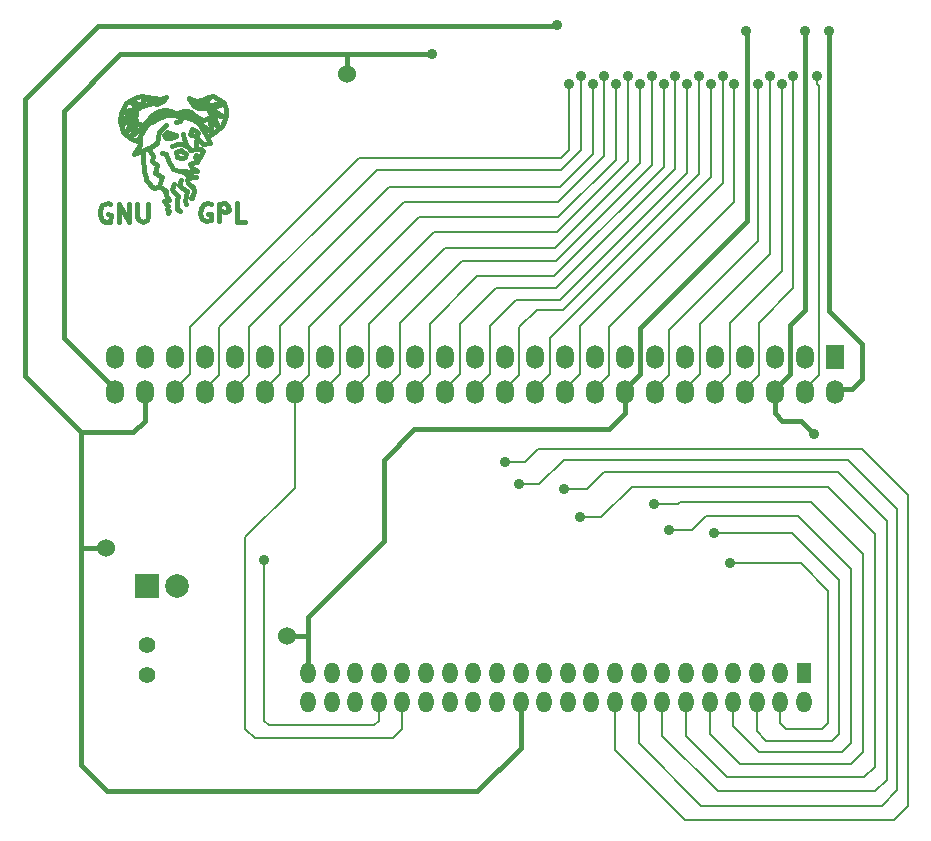
<source format=gtl>
G04 #@! TF.FileFunction,Copper,L1,Top,Mixed*
%FSLAX46Y46*%
G04 Gerber Fmt 4.6, Leading zero omitted, Abs format (unit mm)*
G04 Created by KiCad (PCBNEW no-vcs-found-product) date Sat 05 Dec 2015 15:20:37 CET*
%MOMM*%
G01*
G04 APERTURE LIST*
%ADD10C,0.150000*%
%ADD11C,0.381000*%
%ADD12R,1.300000X1.800000*%
%ADD13O,1.300000X1.800000*%
%ADD14O,1.500000X2.000000*%
%ADD15R,1.500000X2.000000*%
%ADD16C,1.524000*%
%ADD17R,2.000000X2.000000*%
%ADD18C,2.000000*%
%ADD19C,1.397000*%
%ADD20C,0.889000*%
%ADD21C,0.400000*%
%ADD22C,0.398780*%
%ADD23C,0.203200*%
G04 APERTURE END LIST*
D10*
D11*
X129899380Y-72450180D02*
X129899380Y-74050380D01*
X129899380Y-74050380D02*
X130600420Y-74050380D01*
X128349980Y-73999580D02*
X128349980Y-72549240D01*
X128349980Y-72549240D02*
X128901160Y-72500980D01*
X128901160Y-72500980D02*
X129150080Y-72699100D01*
X129150080Y-72699100D02*
X129249140Y-73100420D01*
X129249140Y-73100420D02*
X128949420Y-73250280D01*
X128949420Y-73250280D02*
X128449040Y-73199480D01*
X127648940Y-72600040D02*
X127400020Y-72500980D01*
X127400020Y-72500980D02*
X127100300Y-72549240D01*
X127100300Y-72549240D02*
X126800580Y-72899760D01*
X126800580Y-72899760D02*
X126749780Y-73400140D01*
X126749780Y-73400140D02*
X126899640Y-73849720D01*
X126899640Y-73849720D02*
X127250160Y-73999580D01*
X127250160Y-73999580D02*
X127699740Y-73900520D01*
X127699740Y-73900520D02*
X127699740Y-73400140D01*
X127699740Y-73400140D02*
X127400020Y-73400140D01*
X121448800Y-72549240D02*
X121448800Y-73699860D01*
X121448800Y-73699860D02*
X121601200Y-73948780D01*
X121601200Y-73948780D02*
X121949180Y-74101180D01*
X121949180Y-74101180D02*
X122248900Y-73948780D01*
X122248900Y-73948780D02*
X122350500Y-73649060D01*
X122350500Y-73649060D02*
X122350500Y-72549240D01*
X119899400Y-74101180D02*
X119899400Y-72549240D01*
X119899400Y-72549240D02*
X120750300Y-74050380D01*
X120750300Y-74050380D02*
X120750300Y-72549240D01*
X119150100Y-72600040D02*
X118949440Y-72500980D01*
X118949440Y-72500980D02*
X118499860Y-72650840D01*
X118499860Y-72650840D02*
X118299200Y-73049620D01*
X118299200Y-73049620D02*
X118299200Y-73499200D01*
X118299200Y-73499200D02*
X118449060Y-73900520D01*
X118449060Y-73900520D02*
X118748780Y-74050380D01*
X118748780Y-74050380D02*
X119150100Y-74050380D01*
X119150100Y-74050380D02*
X119200900Y-73499200D01*
X119200900Y-73499200D02*
X118949440Y-73400140D01*
X121949180Y-66049380D02*
X120950960Y-66849480D01*
X120950960Y-66849480D02*
X121400540Y-65698860D01*
X121400540Y-65698860D02*
X120450580Y-66498960D01*
X120450580Y-66498960D02*
X121149080Y-65201020D01*
X121149080Y-65201020D02*
X120100060Y-65851260D01*
X120100060Y-65851260D02*
X120001000Y-65399140D01*
X120001000Y-65399140D02*
X121298940Y-65051160D01*
X121298940Y-65051160D02*
X120150860Y-64799700D01*
X120150860Y-64799700D02*
X121400540Y-64400920D01*
X121400540Y-64400920D02*
X120900160Y-63900540D01*
X120900160Y-63900540D02*
X121949180Y-64149460D01*
X121949180Y-64149460D02*
X121900920Y-63499220D01*
X121900920Y-63499220D02*
X123000740Y-63999600D01*
X125449300Y-65201020D02*
X126099540Y-65399140D01*
X126099540Y-65399140D02*
X126500860Y-65599800D01*
X126500860Y-65599800D02*
X127798800Y-66450700D01*
X127798800Y-66450700D02*
X127549880Y-65350880D01*
X127549880Y-65350880D02*
X128299180Y-66049380D01*
X128299180Y-66049380D02*
X127849600Y-64949560D01*
X127849600Y-64949560D02*
X128850360Y-65201020D01*
X128850360Y-65201020D02*
X127600680Y-64499980D01*
X127600680Y-64499980D02*
X128748760Y-64050400D01*
X128748760Y-64050400D02*
X127001240Y-64251060D01*
X127001240Y-64251060D02*
X127499080Y-63550020D01*
X127499080Y-63550020D02*
X126351000Y-64251060D01*
X125550900Y-64898760D02*
X125799820Y-64949560D01*
X122650220Y-65650600D02*
X123150600Y-65350880D01*
X123150600Y-65350880D02*
X123899900Y-65000360D01*
X123899900Y-65000360D02*
X124250420Y-65000360D01*
X122850880Y-71200500D02*
X122599420Y-70999840D01*
X122599420Y-70999840D02*
X122449560Y-70799180D01*
X122449560Y-70799180D02*
X122200640Y-70550260D01*
X122200640Y-70550260D02*
X122149840Y-70250540D01*
X122149840Y-70250540D02*
X122050780Y-69849220D01*
X122050780Y-69849220D02*
X121999980Y-69450440D01*
X121999980Y-69450440D02*
X121949180Y-69049120D01*
X121949180Y-69049120D02*
X121949180Y-68548740D01*
X121949180Y-68548740D02*
X121949180Y-68050900D01*
X122949940Y-71200500D02*
X123150600Y-71149700D01*
X122500360Y-68050900D02*
X122800080Y-68500480D01*
X122800080Y-68500480D02*
X122701020Y-68950060D01*
X122701020Y-68950060D02*
X123150600Y-69249780D01*
X123150600Y-69249780D02*
X122949940Y-69900020D01*
X122949940Y-69900020D02*
X123501120Y-70298800D01*
X123501120Y-70298800D02*
X123300460Y-70999840D01*
X123300460Y-70999840D02*
X123849100Y-71449420D01*
X124100560Y-73199480D02*
X124049760Y-73301080D01*
X123800840Y-71551020D02*
X123998960Y-71949800D01*
X123998960Y-71949800D02*
X124100560Y-72249520D01*
X124100560Y-72249520D02*
X123699240Y-72351120D01*
X123699240Y-72351120D02*
X124049760Y-72699100D01*
X124049760Y-72699100D02*
X123998960Y-72998820D01*
X123998960Y-72998820D02*
X124049760Y-73151220D01*
X124550140Y-70900780D02*
X124400280Y-71299560D01*
X124400280Y-71299560D02*
X124499340Y-71500220D01*
X124499340Y-71500220D02*
X124750800Y-71700880D01*
X124750800Y-71700880D02*
X124900660Y-71899000D01*
X124900660Y-71899000D02*
X124849860Y-72201260D01*
X124849860Y-72201260D02*
X124799060Y-72399380D01*
X124799060Y-72399380D02*
X124849860Y-72950560D01*
X124849860Y-72950560D02*
X125050520Y-73151220D01*
X125149580Y-70499460D02*
X124948920Y-70949040D01*
X124948920Y-70949040D02*
X125251180Y-71248760D01*
X125251180Y-71248760D02*
X125649960Y-71449420D01*
X125649960Y-71449420D02*
X125599160Y-71899000D01*
X125599160Y-71899000D02*
X125449300Y-72300320D01*
X125449300Y-72300320D02*
X125599160Y-72549240D01*
X126000480Y-72099660D02*
X126048740Y-72099660D01*
X125949680Y-70148940D02*
X126201140Y-70250540D01*
X126201140Y-70250540D02*
X126450060Y-70250540D01*
X126450060Y-70250540D02*
X126249400Y-70298800D01*
X126249400Y-70298800D02*
X125700760Y-70400400D01*
X125700760Y-70400400D02*
X125649960Y-70550260D01*
X125649960Y-70550260D02*
X125700760Y-70750920D01*
X125700760Y-70750920D02*
X125898880Y-70949040D01*
X125898880Y-70949040D02*
X126150340Y-71149700D01*
X126150340Y-71149700D02*
X126249400Y-71500220D01*
X126249400Y-71500220D02*
X126150340Y-71799940D01*
X126150340Y-71799940D02*
X126000480Y-72099660D01*
X125299440Y-69849220D02*
X125700760Y-70100680D01*
X125700760Y-70100680D02*
X125949680Y-70100680D01*
X126500860Y-69750160D02*
X125898880Y-69849220D01*
X125898880Y-69849220D02*
X125449300Y-69800960D01*
X125449300Y-69800960D02*
X124948920Y-69750160D01*
X124948920Y-69750160D02*
X124499340Y-69600300D01*
X124499340Y-69600300D02*
X124349480Y-69399640D01*
X124349480Y-69399640D02*
X124148820Y-69049120D01*
X124148820Y-69049120D02*
X123998960Y-68548740D01*
X123998960Y-68548740D02*
X123849100Y-68299820D01*
X123849100Y-68299820D02*
X123549380Y-68249020D01*
X126500860Y-69049120D02*
X126351000Y-69049120D01*
X126351000Y-69049120D02*
X125949680Y-69150720D01*
X125949680Y-69150720D02*
X126099540Y-69501240D01*
X126099540Y-69501240D02*
X126450060Y-69699360D01*
X126450060Y-67200000D02*
X126399260Y-67850240D01*
X125700760Y-67700380D02*
X125799820Y-67850240D01*
X125799820Y-67850240D02*
X125949680Y-68000100D01*
X125949680Y-68000100D02*
X126099540Y-68000100D01*
X126099540Y-68000100D02*
X126300200Y-67901040D01*
X126300200Y-67901040D02*
X126500860Y-67901040D01*
X125550900Y-67649580D02*
X125251180Y-67499720D01*
X125251180Y-67499720D02*
X124948920Y-67499720D01*
X124948920Y-67499720D02*
X124799060Y-67499720D01*
X124799060Y-67499720D02*
X124600940Y-67598780D01*
X124600940Y-67598780D02*
X124400280Y-67649580D01*
X125350240Y-66648820D02*
X125401040Y-67100940D01*
X125401040Y-67100940D02*
X125550900Y-67499720D01*
X125550900Y-67499720D02*
X125649960Y-67649580D01*
X126450060Y-68449680D02*
X126351000Y-68599540D01*
X125599160Y-68350620D02*
X125149580Y-68000100D01*
X125149580Y-68000100D02*
X124750800Y-68149960D01*
X124750800Y-68149960D02*
X124799060Y-68548740D01*
X124799060Y-68548740D02*
X125050520Y-68701140D01*
X125050520Y-68701140D02*
X125350240Y-68701140D01*
X125350240Y-68701140D02*
X125449300Y-68599540D01*
X125449300Y-68599540D02*
X125599160Y-68350620D01*
X125898880Y-66600560D02*
X126048740Y-66250040D01*
X126048740Y-66250040D02*
X126450060Y-66349100D01*
X126450060Y-66349100D02*
X126549120Y-66549760D01*
X126549120Y-66549760D02*
X126450060Y-66801220D01*
X126450060Y-66801220D02*
X126000480Y-66699620D01*
X124750800Y-66750420D02*
X124400280Y-66600560D01*
X124400280Y-66600560D02*
X123950700Y-66498960D01*
X123950700Y-66498960D02*
X123699240Y-66750420D01*
X123699240Y-66750420D02*
X123899900Y-66999340D01*
X123899900Y-66999340D02*
X124301220Y-66999340D01*
X124301220Y-66999340D02*
X124700000Y-66801220D01*
X124700000Y-65650600D02*
X125098780Y-65500740D01*
X125098780Y-65500740D02*
X125350240Y-65150220D01*
X121700260Y-66951080D02*
X121700260Y-67550520D01*
X121700260Y-67550520D02*
X121199880Y-68299820D01*
X121199880Y-68299820D02*
X122599420Y-67751180D01*
X122599420Y-67751180D02*
X123099800Y-67400660D01*
X123099800Y-67400660D02*
X123249660Y-66450700D01*
X123249660Y-66450700D02*
X123849100Y-65899520D01*
X125799820Y-63699880D02*
X126249400Y-64299320D01*
X126249400Y-64299320D02*
X126599920Y-64400920D01*
X126599920Y-64400920D02*
X127049500Y-64400920D01*
X127049500Y-64400920D02*
X127400020Y-64449180D01*
X127400020Y-64449180D02*
X127600680Y-64850500D01*
X127600680Y-64850500D02*
X127648940Y-65150220D01*
X127648940Y-65150220D02*
X127349220Y-65399140D01*
X127349220Y-65399140D02*
X127049500Y-65449940D01*
X127049500Y-65449940D02*
X126698980Y-65300080D01*
X126698980Y-65300080D02*
X126249400Y-65000360D01*
X126249400Y-65000360D02*
X126000480Y-64799700D01*
X126000480Y-64799700D02*
X125700760Y-64649840D01*
X125700760Y-64649840D02*
X125299440Y-64649840D01*
X125299440Y-64649840D02*
X124799060Y-64898760D01*
X124799060Y-64898760D02*
X124600940Y-64850500D01*
X124600940Y-64850500D02*
X124301220Y-64700640D01*
X124301220Y-64700640D02*
X123800840Y-64599040D01*
X123800840Y-64599040D02*
X123300460Y-64649840D01*
X123300460Y-64649840D02*
X122701020Y-65051160D01*
X122701020Y-65051160D02*
X122248900Y-65500740D01*
X122248900Y-65500740D02*
X121900920Y-65899520D01*
X121900920Y-65899520D02*
X121448800Y-65749660D01*
X121448800Y-65749660D02*
X121250680Y-65249280D01*
X121250680Y-65249280D02*
X121349740Y-64599040D01*
X121349740Y-64599040D02*
X121649460Y-64350120D01*
X121649460Y-64350120D02*
X122099040Y-64200260D01*
X122099040Y-64200260D02*
X122749280Y-64050400D01*
X122749280Y-64050400D02*
X123099800Y-64101200D01*
X123099800Y-64101200D02*
X123650980Y-63849740D01*
X123650980Y-63849740D02*
X123849100Y-63499220D01*
X123849100Y-63499220D02*
X123450320Y-63649080D01*
X123450320Y-63649080D02*
X122800080Y-63600820D01*
X122800080Y-63600820D02*
X121850120Y-63450960D01*
X121850120Y-63450960D02*
X121448800Y-63499220D01*
X121448800Y-63499220D02*
X121100820Y-63649080D01*
X121100820Y-63649080D02*
X120498840Y-64050400D01*
X120498840Y-64050400D02*
X120049260Y-64850500D01*
X120049260Y-64850500D02*
X119950200Y-65549000D01*
X119950200Y-65549000D02*
X120249920Y-66450700D01*
X120249920Y-66450700D02*
X120801100Y-66951080D01*
X120801100Y-66951080D02*
X121448800Y-67200000D01*
X121448800Y-67200000D02*
X122200640Y-66001120D01*
X122200640Y-66001120D02*
X122899140Y-65350880D01*
X122899140Y-65350880D02*
X123501120Y-64898760D01*
X123501120Y-64898760D02*
X124049760Y-64850500D01*
X124049760Y-64850500D02*
X124499340Y-65051160D01*
X124499340Y-65051160D02*
X124900660Y-65150220D01*
X124900660Y-65150220D02*
X125350240Y-65000360D01*
X125350240Y-65000360D02*
X125799820Y-65099420D01*
X125799820Y-65099420D02*
X126399260Y-65399140D01*
X126399260Y-65399140D02*
X126599920Y-65650600D01*
X126599920Y-65650600D02*
X127300960Y-66750420D01*
X127300960Y-66750420D02*
X127600680Y-67400660D01*
X127600680Y-67400660D02*
X127001240Y-67499720D01*
X127001240Y-67499720D02*
X126549120Y-67100940D01*
X126450060Y-67901040D02*
X126848840Y-67901040D01*
X126848840Y-67901040D02*
X127001240Y-68050900D01*
X127001240Y-68050900D02*
X126500860Y-69049120D01*
X125850620Y-63600820D02*
X126450060Y-63849740D01*
X126450060Y-63849740D02*
X126899640Y-63750680D01*
X126899640Y-63750680D02*
X127400020Y-63499220D01*
X127400020Y-63499220D02*
X127849600Y-63450960D01*
X127849600Y-63450960D02*
X128299180Y-63699880D01*
X128299180Y-63699880D02*
X128748760Y-63999600D01*
X128748760Y-63999600D02*
X128949420Y-64550780D01*
X128949420Y-64550780D02*
X128949420Y-65000360D01*
X128949420Y-65000360D02*
X128850360Y-65399140D01*
X128850360Y-65399140D02*
X128598900Y-65950320D01*
X128598900Y-65950320D02*
X128149320Y-66349100D01*
X128149320Y-66349100D02*
X127600680Y-66750420D01*
D12*
X177900000Y-112250000D03*
D13*
X177900000Y-114750000D03*
X175900000Y-112250000D03*
X175900000Y-114750000D03*
X173900000Y-112250000D03*
X173900000Y-114750000D03*
X171900000Y-112250000D03*
X171900000Y-114750000D03*
X169900000Y-112250000D03*
X169900000Y-114750000D03*
X167900000Y-112250000D03*
X167900000Y-114750000D03*
X165900000Y-112250000D03*
X165900000Y-114750000D03*
X163900000Y-112250000D03*
X163900000Y-114750000D03*
X161900000Y-112250000D03*
X161900000Y-114750000D03*
X159900000Y-112250000D03*
X159900000Y-114750000D03*
X157900000Y-112250000D03*
X157900000Y-114750000D03*
X155900000Y-112250000D03*
X155900000Y-114750000D03*
X153900000Y-112250000D03*
X153900000Y-114750000D03*
X151900000Y-112250000D03*
X151900000Y-114750000D03*
X149900000Y-112250000D03*
X149900000Y-114750000D03*
X147900000Y-112250000D03*
X147900000Y-114750000D03*
X145900000Y-112250000D03*
X145900000Y-114750000D03*
X143900000Y-112250000D03*
X143900000Y-114750000D03*
X141900000Y-112250000D03*
X141900000Y-114750000D03*
X139900000Y-112250000D03*
X139900000Y-114750000D03*
X137900000Y-112250000D03*
X137900000Y-114750000D03*
X135900000Y-112250000D03*
X135900000Y-114750000D03*
D14*
X129680000Y-88520000D03*
X129680000Y-85480000D03*
X127140000Y-85480000D03*
X127140000Y-88520000D03*
X124600000Y-88520000D03*
X124600000Y-85480000D03*
X119520000Y-85480000D03*
X119520000Y-88520000D03*
X122060000Y-88520000D03*
X122060000Y-85480000D03*
X134760000Y-85480000D03*
X134760000Y-88520000D03*
X132220000Y-88520000D03*
X132220000Y-85480000D03*
X137300000Y-85480000D03*
X137300000Y-88520000D03*
X139840000Y-88520000D03*
X139840000Y-85480000D03*
X142380000Y-85480000D03*
X142380000Y-88520000D03*
X147460000Y-85480000D03*
X147460000Y-88520000D03*
X144920000Y-88520000D03*
X144920000Y-85480000D03*
X150000000Y-85480000D03*
X150000000Y-88520000D03*
X152540000Y-88520000D03*
X152540000Y-85480000D03*
X155080000Y-85480000D03*
X155080000Y-88520000D03*
X157620000Y-88520000D03*
X157620000Y-85480000D03*
X160160000Y-85480000D03*
X160160000Y-88520000D03*
X162700000Y-88520000D03*
X162700000Y-85480000D03*
X165240000Y-85480000D03*
X165240000Y-88520000D03*
X167780000Y-88520000D03*
X167780000Y-85480000D03*
X170320000Y-85480000D03*
X170320000Y-88520000D03*
X172860000Y-88520000D03*
X172860000Y-85480000D03*
D15*
X180480000Y-85480000D03*
D14*
X180480000Y-88520000D03*
X177940000Y-85480000D03*
X177940000Y-88520000D03*
X175400000Y-85480000D03*
X175400000Y-88520000D03*
D16*
X134100000Y-109100000D03*
X139200000Y-61600000D03*
D17*
X122300000Y-104900000D03*
D18*
X124840000Y-104900000D03*
D19*
X122300000Y-112470000D03*
X122300000Y-109930000D03*
D16*
X118800000Y-101700000D03*
D20*
X178700000Y-92000000D03*
X178000000Y-57900000D03*
X177000000Y-61700000D03*
X179000000Y-61700000D03*
X173000000Y-57900000D03*
X180000000Y-57900000D03*
X146400000Y-59900000D03*
X171600000Y-103000000D03*
X166500000Y-100200000D03*
X158900000Y-99100000D03*
X153800000Y-96300000D03*
X157000000Y-57400000D03*
X170300000Y-100400000D03*
X176000000Y-62400000D03*
X175000000Y-61700000D03*
X165200000Y-98000000D03*
X174000000Y-62400000D03*
X172000000Y-62400000D03*
X157600000Y-96700000D03*
X171000000Y-61700000D03*
X170000000Y-62400000D03*
X152600000Y-94400000D03*
X169000000Y-61700000D03*
X168000000Y-62400000D03*
X167000000Y-61700000D03*
X166000000Y-62400000D03*
X165000000Y-61700000D03*
X164000000Y-62400000D03*
X163000000Y-61700000D03*
X162000000Y-62400000D03*
X132200000Y-102700000D03*
X161000000Y-61700000D03*
X160000000Y-62400000D03*
X159000000Y-61700000D03*
X158000000Y-62400000D03*
D21*
X176050000Y-90950000D02*
X175400000Y-90300000D01*
X175400000Y-88270000D02*
X175400000Y-90300000D01*
X177650000Y-90950000D02*
X178700000Y-92000000D01*
X176050000Y-90950000D02*
X177650000Y-90950000D01*
D22*
X176700000Y-86970000D02*
X175400000Y-88270000D01*
X176700000Y-82800000D02*
X176700000Y-86970000D01*
X178000000Y-81500000D02*
X176700000Y-82800000D01*
X178000000Y-57900000D02*
X178000000Y-81500000D01*
D23*
X174100000Y-82600000D02*
X174100000Y-87030000D01*
X172860000Y-88270000D02*
X174100000Y-87030000D01*
X177000000Y-79700000D02*
X177000000Y-61700000D01*
X174100000Y-82600000D02*
X177000000Y-79700000D01*
X179200000Y-62600000D02*
X179000000Y-62400000D01*
X179200000Y-62600000D02*
X179200000Y-87010000D01*
X177940000Y-88270000D02*
X179200000Y-87010000D01*
X179000000Y-62400000D02*
X179000000Y-61700000D01*
D21*
X134100000Y-109100000D02*
X135900000Y-109100000D01*
X162700000Y-88270000D02*
X162700000Y-90300000D01*
X135900000Y-107500000D02*
X135900000Y-109100000D01*
X135900000Y-109100000D02*
X135900000Y-112500000D01*
X142300000Y-101100000D02*
X135900000Y-107500000D01*
X142300000Y-94200000D02*
X142300000Y-101100000D01*
X144900000Y-91600000D02*
X142300000Y-94200000D01*
X161400000Y-91600000D02*
X144900000Y-91600000D01*
X162700000Y-90300000D02*
X161400000Y-91600000D01*
D22*
X164000000Y-86970000D02*
X162700000Y-88270000D01*
X164000000Y-83100000D02*
X164000000Y-86970000D01*
X173100000Y-74000000D02*
X164000000Y-83100000D01*
X173100000Y-58000000D02*
X173100000Y-74000000D01*
X173000000Y-57900000D02*
X173100000Y-58000000D01*
X181930000Y-88270000D02*
X180480000Y-88270000D01*
X182800000Y-87400000D02*
X181930000Y-88270000D01*
X182800000Y-84400000D02*
X182800000Y-87400000D01*
X180000000Y-81600000D02*
X182800000Y-84400000D01*
X180000000Y-57900000D02*
X180000000Y-81600000D01*
D21*
X139200000Y-61600000D02*
X139200000Y-59900000D01*
D22*
X115200000Y-83950000D02*
X119520000Y-88270000D01*
X115200000Y-64700000D02*
X115200000Y-83950000D01*
X120000000Y-59900000D02*
X115200000Y-64700000D01*
X146400000Y-59900000D02*
X139200000Y-59900000D01*
X139200000Y-59900000D02*
X120000000Y-59900000D01*
D23*
X179900000Y-105300000D02*
X177600000Y-103000000D01*
X175900000Y-116500000D02*
X176400000Y-117000000D01*
X176400000Y-117000000D02*
X179400000Y-117000000D01*
X179400000Y-117000000D02*
X179900000Y-116500000D01*
X179900000Y-116500000D02*
X179900000Y-105300000D01*
X175900000Y-116500000D02*
X175900000Y-114500000D01*
X177600000Y-103000000D02*
X171600000Y-103000000D01*
X169600000Y-99000000D02*
X168400000Y-100200000D01*
X171900000Y-116800000D02*
X174100000Y-119000000D01*
X181900000Y-118200000D02*
X181900000Y-103500000D01*
X181900000Y-103500000D02*
X177400000Y-99000000D01*
X177400000Y-99000000D02*
X169600000Y-99000000D01*
X171900000Y-116800000D02*
X171900000Y-114500000D01*
X181100000Y-119000000D02*
X181900000Y-118200000D01*
X174100000Y-119000000D02*
X181100000Y-119000000D01*
X168400000Y-100200000D02*
X166500000Y-100200000D01*
X164000000Y-96500000D02*
X163300000Y-96500000D01*
X167900000Y-117600000D02*
X167900000Y-114500000D01*
X179900000Y-96500000D02*
X164000000Y-96500000D01*
X183900000Y-100500000D02*
X179900000Y-96500000D01*
X183900000Y-120200000D02*
X183900000Y-100500000D01*
X183000000Y-121100000D02*
X183900000Y-120200000D01*
X171400000Y-121100000D02*
X183000000Y-121100000D01*
X167900000Y-117600000D02*
X171400000Y-121100000D01*
X160700000Y-99100000D02*
X158900000Y-99100000D01*
X163300000Y-96500000D02*
X160700000Y-99100000D01*
X158000000Y-94200000D02*
X157600000Y-94200000D01*
X163900000Y-118200000D02*
X163900000Y-114500000D01*
X181600000Y-94200000D02*
X158000000Y-94200000D01*
X185800000Y-98400000D02*
X181600000Y-94200000D01*
X185800000Y-122200000D02*
X185800000Y-98400000D01*
X184500000Y-123500000D02*
X185800000Y-122200000D01*
X169200000Y-123500000D02*
X184500000Y-123500000D01*
X163900000Y-118200000D02*
X169200000Y-123500000D01*
X155500000Y-96300000D02*
X153800000Y-96300000D01*
X157600000Y-94200000D02*
X155500000Y-96300000D01*
D21*
X118800000Y-101700000D02*
X116700000Y-101700000D01*
X122300000Y-122300000D02*
X118900000Y-122300000D01*
X153900000Y-118600000D02*
X150200000Y-122300000D01*
X150200000Y-122300000D02*
X122300000Y-122300000D01*
X153900000Y-114500000D02*
X153900000Y-118600000D01*
X116700000Y-120100000D02*
X116700000Y-101700000D01*
X116700000Y-101700000D02*
X116700000Y-91900000D01*
X118900000Y-122300000D02*
X116700000Y-120100000D01*
D22*
X116700000Y-91900000D02*
X119800000Y-91900000D01*
X122060000Y-90940000D02*
X122060000Y-88270000D01*
X121100000Y-91900000D02*
X122060000Y-90940000D01*
X119800000Y-91900000D02*
X121100000Y-91900000D01*
X111900000Y-87100000D02*
X116700000Y-91900000D01*
X111900000Y-63700000D02*
X111900000Y-87100000D01*
X118100000Y-57500000D02*
X111900000Y-63700000D01*
X156900000Y-57500000D02*
X139200000Y-57500000D01*
X139200000Y-57500000D02*
X118100000Y-57500000D01*
X157000000Y-57400000D02*
X156900000Y-57500000D01*
D23*
X180900000Y-104400000D02*
X176900000Y-100400000D01*
X173900000Y-114500000D02*
X173900000Y-117200000D01*
X180900000Y-117400000D02*
X180900000Y-104400000D01*
X180300000Y-118000000D02*
X180900000Y-117400000D01*
X174700000Y-118000000D02*
X180300000Y-118000000D01*
X173900000Y-117200000D02*
X174700000Y-118000000D01*
X176900000Y-100400000D02*
X170300000Y-100400000D01*
X171600000Y-86990000D02*
X170320000Y-88270000D01*
X171600000Y-82600000D02*
X171600000Y-86990000D01*
X176000000Y-78200000D02*
X171600000Y-82600000D01*
X176000000Y-62400000D02*
X176000000Y-78200000D01*
X169100000Y-86950000D02*
X167780000Y-88270000D01*
X169100000Y-82700000D02*
X169100000Y-86950000D01*
X175000000Y-76800000D02*
X169100000Y-82700000D01*
X175000000Y-61700000D02*
X175000000Y-76800000D01*
X168500000Y-97800000D02*
X167400000Y-97800000D01*
X168500000Y-97800000D02*
X178500000Y-97800000D01*
X178500000Y-97800000D02*
X179500000Y-98800000D01*
X169900000Y-117400000D02*
X169900000Y-114500000D01*
X169900000Y-117400000D02*
X172500000Y-120000000D01*
X172500000Y-120000000D02*
X181900000Y-120000000D01*
X181900000Y-120000000D02*
X182900000Y-119000000D01*
X182900000Y-119000000D02*
X182900000Y-102200000D01*
X182900000Y-102200000D02*
X179500000Y-98800000D01*
X167200000Y-98000000D02*
X165200000Y-98000000D01*
X167400000Y-97800000D02*
X167200000Y-98000000D01*
X166500000Y-87010000D02*
X165240000Y-88270000D01*
X166500000Y-83200000D02*
X166500000Y-87010000D01*
X174000000Y-75700000D02*
X166500000Y-83200000D01*
X174000000Y-62400000D02*
X174000000Y-75700000D01*
X161400000Y-87030000D02*
X160160000Y-88270000D01*
X161400000Y-83000000D02*
X161400000Y-87030000D01*
X172000000Y-72400000D02*
X161400000Y-83000000D01*
X172000000Y-62400000D02*
X172000000Y-72400000D01*
X162950000Y-95250000D02*
X160950000Y-95250000D01*
X165900000Y-117600000D02*
X165900000Y-114500000D01*
X180750000Y-95250000D02*
X162950000Y-95250000D01*
X184900000Y-99400000D02*
X180750000Y-95250000D01*
X184900000Y-121300000D02*
X184900000Y-99400000D01*
X183900000Y-122300000D02*
X184900000Y-121300000D01*
X170600000Y-122300000D02*
X183900000Y-122300000D01*
X165900000Y-117600000D02*
X170600000Y-122300000D01*
X159500000Y-96700000D02*
X157600000Y-96700000D01*
X160950000Y-95250000D02*
X159500000Y-96700000D01*
X158900000Y-86990000D02*
X157620000Y-88270000D01*
X158900000Y-82900000D02*
X158900000Y-86990000D01*
X171000000Y-70800000D02*
X158900000Y-82900000D01*
X171000000Y-61700000D02*
X171000000Y-70800000D01*
X156400000Y-86950000D02*
X155080000Y-88270000D01*
X156400000Y-83900000D02*
X156400000Y-86950000D01*
X170000000Y-70300000D02*
X156400000Y-83900000D01*
X170000000Y-62400000D02*
X170000000Y-70300000D01*
X157000000Y-93300000D02*
X155400000Y-93300000D01*
X161900000Y-114500000D02*
X161900000Y-118800000D01*
X182800000Y-93300000D02*
X157000000Y-93300000D01*
X186700000Y-97200000D02*
X182800000Y-93300000D01*
X186700000Y-123500000D02*
X186700000Y-97200000D01*
X185500000Y-124700000D02*
X186700000Y-123500000D01*
X167800000Y-124700000D02*
X185500000Y-124700000D01*
X161900000Y-118800000D02*
X167800000Y-124700000D01*
X154300000Y-94400000D02*
X152600000Y-94400000D01*
X155400000Y-93300000D02*
X154300000Y-94400000D01*
X153800000Y-87010000D02*
X152540000Y-88270000D01*
X153800000Y-83000000D02*
X153800000Y-87010000D01*
X155300000Y-81500000D02*
X153800000Y-83000000D01*
X157500000Y-81500000D02*
X155300000Y-81500000D01*
X169000000Y-70000000D02*
X157500000Y-81500000D01*
X169000000Y-61700000D02*
X169000000Y-70000000D01*
X151300000Y-86970000D02*
X150000000Y-88270000D01*
X151300000Y-82900000D02*
X151300000Y-86970000D01*
X153500000Y-80700000D02*
X151300000Y-82900000D01*
X157200000Y-80700000D02*
X153500000Y-80700000D01*
X168000000Y-69900000D02*
X157200000Y-80700000D01*
X168000000Y-62400000D02*
X168000000Y-69900000D01*
X148800000Y-86930000D02*
X147460000Y-88270000D01*
X148800000Y-82700000D02*
X148800000Y-86930000D01*
X151800000Y-79700000D02*
X148800000Y-82700000D01*
X156900000Y-79700000D02*
X151800000Y-79700000D01*
X167000000Y-69600000D02*
X156900000Y-79700000D01*
X167000000Y-61700000D02*
X167000000Y-69600000D01*
X146200000Y-86990000D02*
X144920000Y-88270000D01*
X146200000Y-82700000D02*
X146200000Y-86990000D01*
X150200000Y-78700000D02*
X146200000Y-82700000D01*
X156700000Y-78700000D02*
X150200000Y-78700000D01*
X166000000Y-69400000D02*
X156700000Y-78700000D01*
X166000000Y-62400000D02*
X166000000Y-69400000D01*
X143700000Y-86950000D02*
X142380000Y-88270000D01*
X143700000Y-82600000D02*
X143700000Y-86950000D01*
X148900000Y-77400000D02*
X143700000Y-82600000D01*
X156900000Y-77400000D02*
X148900000Y-77400000D01*
X165000000Y-69300000D02*
X156900000Y-77400000D01*
X165000000Y-61700000D02*
X165000000Y-69300000D01*
X165000000Y-61700000D02*
X165000000Y-61700000D01*
X141100000Y-87010000D02*
X139840000Y-88270000D01*
X141100000Y-82700000D02*
X141100000Y-87010000D01*
X147500000Y-76300000D02*
X141100000Y-82700000D01*
X156800000Y-76300000D02*
X147500000Y-76300000D01*
X164000000Y-69100000D02*
X156800000Y-76300000D01*
X164000000Y-62400000D02*
X164000000Y-69100000D01*
X138600000Y-86970000D02*
X137300000Y-88270000D01*
X138600000Y-82900000D02*
X138600000Y-86970000D01*
X146600000Y-74900000D02*
X138600000Y-82900000D01*
X157000000Y-74900000D02*
X146600000Y-74900000D01*
X163000000Y-68900000D02*
X157000000Y-74900000D01*
X163000000Y-61700000D02*
X163000000Y-68900000D01*
X143900000Y-114500000D02*
X143900000Y-117000000D01*
X134760000Y-96640000D02*
X134760000Y-88270000D01*
X130600000Y-100800000D02*
X134760000Y-96640000D01*
X130600000Y-117000000D02*
X130600000Y-100800000D01*
X131400000Y-117800000D02*
X130600000Y-117000000D01*
X143100000Y-117800000D02*
X131400000Y-117800000D01*
X143900000Y-117000000D02*
X143100000Y-117800000D01*
X136000000Y-87030000D02*
X134760000Y-88270000D01*
X136000000Y-83000000D02*
X136000000Y-87030000D01*
X145300000Y-73700000D02*
X136000000Y-83000000D01*
X157100000Y-73700000D02*
X145300000Y-73700000D01*
X162000000Y-68800000D02*
X157100000Y-73700000D01*
X162000000Y-62400000D02*
X162000000Y-68800000D01*
X141900000Y-116300000D02*
X141900000Y-114500000D01*
X141500000Y-116700000D02*
X141900000Y-116300000D01*
X132600000Y-116700000D02*
X141500000Y-116700000D01*
X132200000Y-116300000D02*
X132600000Y-116700000D01*
X132200000Y-112300000D02*
X132200000Y-116300000D01*
X132200000Y-102700000D02*
X132200000Y-112300000D01*
X133500000Y-86990000D02*
X132220000Y-88270000D01*
X133500000Y-82900000D02*
X133500000Y-86990000D01*
X144000000Y-72400000D02*
X133500000Y-82900000D01*
X157100000Y-72400000D02*
X144000000Y-72400000D01*
X161000000Y-68500000D02*
X157100000Y-72400000D01*
X161000000Y-61700000D02*
X161000000Y-68500000D01*
X130900000Y-87050000D02*
X129680000Y-88270000D01*
X130900000Y-83000000D02*
X130900000Y-87050000D01*
X142800000Y-71100000D02*
X130900000Y-83000000D01*
X157200000Y-71100000D02*
X142800000Y-71100000D01*
X160000000Y-68300000D02*
X157200000Y-71100000D01*
X160000000Y-62400000D02*
X160000000Y-68300000D01*
X128400000Y-87010000D02*
X127140000Y-88270000D01*
X128400000Y-83000000D02*
X128400000Y-87010000D01*
X141700000Y-69700000D02*
X128400000Y-83000000D01*
X157300000Y-69700000D02*
X141700000Y-69700000D01*
X159000000Y-68000000D02*
X157300000Y-69700000D01*
X159000000Y-61700000D02*
X159000000Y-68000000D01*
X125900000Y-86970000D02*
X124600000Y-88270000D01*
X125900000Y-83000000D02*
X125900000Y-86970000D01*
X140200000Y-68700000D02*
X125900000Y-83000000D01*
X157300000Y-68700000D02*
X140200000Y-68700000D01*
X158000000Y-68000000D02*
X157300000Y-68700000D01*
X158000000Y-62400000D02*
X158000000Y-68000000D01*
M02*

</source>
